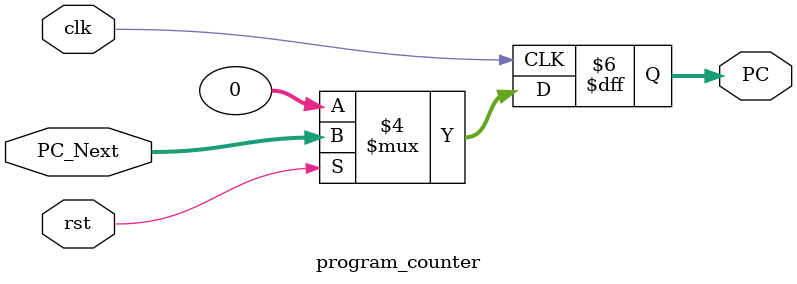
<source format=v>
module program_counter(input clk, rst,
                       input [31:0] PC_Next,
                       output reg [31:0] PC);
  
    always @(posedge clk)
    begin
        if(~rst)
            PC <= {32{1'b0}};
        else
            PC <= PC_Next;
    end
  
endmodule

</source>
